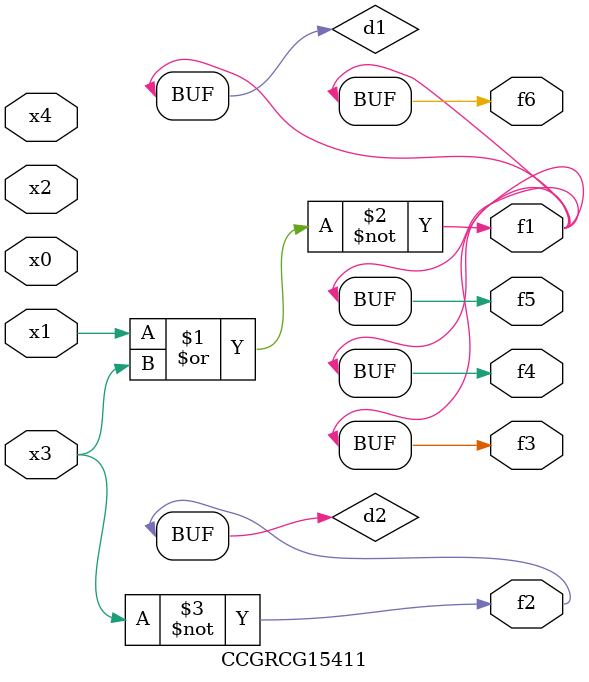
<source format=v>
module CCGRCG15411(
	input x0, x1, x2, x3, x4,
	output f1, f2, f3, f4, f5, f6
);

	wire d1, d2;

	nor (d1, x1, x3);
	not (d2, x3);
	assign f1 = d1;
	assign f2 = d2;
	assign f3 = d1;
	assign f4 = d1;
	assign f5 = d1;
	assign f6 = d1;
endmodule

</source>
